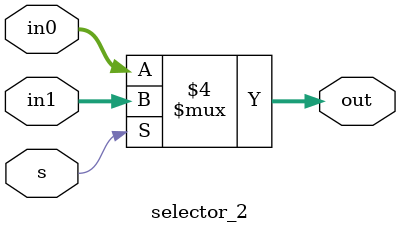
<source format=v>
`timescale 1ps/1ps

module selector_2 (in0, in1, s, out);

	input [1:0] in0,in1;
	input s;
	output [1:0] out;
	reg [1:0] out;

  always @ (in0 or in1 or s) begin
	if(s==0) begin
		out <= #1 in0;
	end
	else begin
		out <= #1 in1;
	end
	
  end

endmodule

</source>
